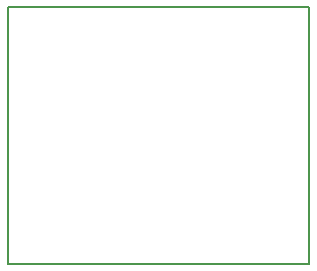
<source format=gbr>
G04 #@! TF.GenerationSoftware,KiCad,Pcbnew,5.1.8+dfsg1-1~bpo10+1*
G04 #@! TF.CreationDate,2020-11-10T16:56:22+03:00*
G04 #@! TF.ProjectId,cs,63732e6b-6963-4616-945f-706362585858,rev?*
G04 #@! TF.SameCoordinates,Original*
G04 #@! TF.FileFunction,Profile,NP*
%FSLAX46Y46*%
G04 Gerber Fmt 4.6, Leading zero omitted, Abs format (unit mm)*
G04 Created by KiCad (PCBNEW 5.1.8+dfsg1-1~bpo10+1) date 2020-11-10 16:56:22*
%MOMM*%
%LPD*%
G01*
G04 APERTURE LIST*
G04 #@! TA.AperFunction,Profile*
%ADD10C,0.150000*%
G04 #@! TD*
G04 APERTURE END LIST*
D10*
X207822800Y-40132000D02*
X207822800Y-18389600D01*
X233273600Y-40132000D02*
X207822800Y-40132000D01*
X233273600Y-18389600D02*
X233273600Y-40132000D01*
X207822800Y-18389600D02*
X233273600Y-18389600D01*
M02*

</source>
